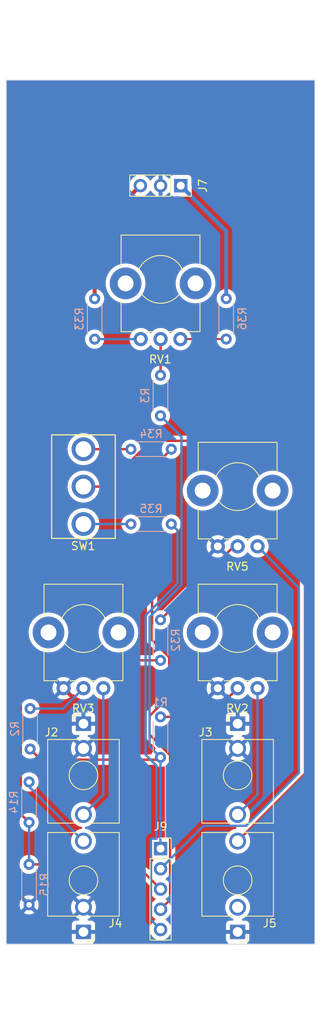
<source format=kicad_pcb>
(kicad_pcb (version 20221018) (generator pcbnew)
  (layers (0 "F.Cu" signal) (31 "B.Cu" signal) (34 "B.Paste" user) (35 "F.Paste" user) (36 "B.SilkS" user "B.Silkscreen") (37 "F.SilkS" user "F.Silkscreen") (38 "B.Mask" user) (39 "F.Mask" user) (44 "Edge.Cuts" user))
  (net 0 "")
  (net 2 "Net-(R33-Pad2)")
  (net 3 "/CV2")
  (net 4 "/CV1")
  (net 5 "/IN")
  (net 6 "/OUT")
  (net 7 "/CV1_ATN")
  (net 8 "GND1")
  (net 9 "/CV2_ATN")
  (net 10 "/CF_V")
  (net 11 "+12VA")
  (net 12 "-12VA")
  (net 13 "/Res_ATN")
  (net 14 "CV_Sum_INT")
  (net 15 "Res_INT")
  (net 16 "Audio_1st_invert_INT")
  (net 17 "Audio_-12Out_INT")
  (net 18 "Audio_-24Out_INT")
  (net 19 "/12out")
  (net 20 "/24out")
  (net 21 "Net-(R36-Pad1)")
  (footprint "Connector_Audio:Jack_3.5mm_QingPu_WQP-PJ398SM_Vertical_CircularHoles" (layer "F.Cu") (at 146.48 118.09)
    (fp_text reference "J3" (at -4.03 1.08 180) (layer "F.SilkS"))
    (fp_text value "CV1")
    (fp_line (start -4.5 1.98) (end -4.5 12.48) (stroke (width 0.12)) (layer "F.SilkS"))
    (fp_line (start -1.23 -1.17) (end -1.23 -0.37) (stroke (width 0.12)) (layer "F.SilkS"))
    (fp_line (start -1.23 -1.17) (end -0.37 -1.17) (stroke (width 0.12)) (layer "F.SilkS"))
    (fp_line (start -0.8 12.48) (end -4.5 12.48) (stroke (width 0.12)) (layer "F.SilkS"))
    (fp_line (start -0.72 1.98) (end -4.5 1.98) (stroke (width 0.12)) (layer "F.SilkS"))
    (fp_line (start 4.5 1.98) (end 0.72 1.98) (stroke (width 0.12)) (layer "F.SilkS"))
    (fp_line (start 4.5 1.98) (end 4.5 12.48) (stroke (width 0.12)) (layer "F.SilkS"))
    (fp_line (start 4.5 12.48) (end 0.8 12.48) (stroke (width 0.12)) (layer "F.SilkS"))
    (fp_circle (center 0 6.48) (end 1.8 6.48) (stroke (width 0.12)) (fill none) (layer "F.SilkS"))
    (pad "S" thru_hole rect (at 0 0 180) (size 1.93 1.83) (drill 1.22) (layers "*.Cu" "*.Mask") (net 8 "GND1"))
    (pad "T" thru_hole circle (at 0 11.4 180) (size 2.13 2.13) (drill 1.43) (layers "*.Cu" "*.Mask") (net 4 "/CV1"))
    (pad "TN" thru_hole circle (at 0 3.1 180) (size 2.13 2.13) (drill 1.42) (layers "*.Cu" "*.Mask") (net 8 "GND1"))
    (zone (net 0) (net_name "") (layer "F.Cu") (connect_pads (clearance 0)) (min_thickness 0.254)
      (keepout (tracks not_allowed) (vias not_allowed) (pads not_allowed) (copperpour not_allowed) (footprints not_allowed))
      (fill (thermal_gap 0.508) (thermal_bridge_width 0.508))
      (polygon (pts (xy 147.985141 124.57) (xy 147.96493 124.324171) (xy 147.904841 124.084945) (xy 147.806486 123.858744) (xy 147.672508 123.651645) (xy 147.506504 123.46921) (xy 147.312932 123.316336) (xy 147.096992 123.197131) (xy 146.864482 123.114794) (xy 146.621646 123.071539) (xy 146.375007 123.068525) (xy 146.131187 123.105835) (xy 145.896734 123.182466) (xy 145.677946 123.29636) (xy 145.480697 123.444458) (xy 145.310286 123.622784) (xy 145.171288 123.826548) (xy 145.067436 124.050278) (xy 145.001519 124.287965) (xy 144.975308 124.533226) (xy 144.989507 124.779475) (xy 145.043734 125.020099) (xy 145.136532 125.248634) (xy 145.265411 125.458945) (xy 145.426908 125.645382) (xy 145.616687 125.802939) (xy 145.82965 125.927385) (xy 146.060079 126.015377) (xy 146.301785 126.064553) (xy 146.548278 126.073592) (xy 146.792936 126.04225) (xy 147.029191 125.97137) (xy 147.250697 125.862856) (xy 147.451505 125.719621) (xy 147.626223 125.545512) (xy 147.770158 125.345205) (xy 147.879445 125.124079) (xy 147.951149 124.888074) (xy 147.983344 124.643526)))
    )
  )
  (footprint "Custom_Footprints.pretty-master:Alpha_9mm_Potentiometer_Aligned" (layer "F.Cu") (at 127.08 106.13)
    (fp_text reference "RV3" (at -0.04 10.04) (layer "F.SilkS"))
    (fp_text value "100k")
    (fp_line (start -4.961 -5.56) (end 4.96 -5.56) (stroke (width 0.12)) (layer "F.SilkS"))
    (fp_line (start -4.961 -1.695) (end -4.961 -5.56) (stroke (width 0.12)) (layer "F.SilkS"))
    (fp_line (start -4.961 6.56) (end -4.961 2.694) (stroke (width 0.12)) (layer "F.SilkS"))
    (fp_line (start -4.961 6.56) (end -3.325 6.56) (stroke (width 0.12)) (layer "F.SilkS"))
    (fp_line (start -1.675 6.56) (end -0.825 6.56) (stroke (width 0.12)) (layer "F.SilkS"))
    (fp_line (start 0.825 6.56) (end 1.675 6.56) (stroke (width 0.12)) (layer "F.SilkS"))
    (fp_line (start 3.325 6.56) (end 4.96 6.56) (stroke (width 0.12)) (layer "F.SilkS"))
    (fp_line (start 4.96 -1.695) (end 4.96 -5.56) (stroke (width 0.12)) (layer "F.SilkS"))
    (fp_line (start 4.96 6.56) (end 4.96 2.694) (stroke (width 0.12)) (layer "F.SilkS"))
    (fp_arc (start -2.762432 -1.171982) (mid -0.000553 -3.000762) (end 2.762 -1.173) (stroke (width 0.12)) (layer "F.SilkS"))
    (fp_arc (start 2.297753 1.928295) (mid -0.000192 2.999665) (end -2.298 1.928) (stroke (width 0.12)) (layer "F.SilkS"))
    (pad "" np_thru_hole circle (at -4.4 0.5 90) (size 4 4) (drill 2) (layers "*.Cu" "*.Mask"))
    (pad "" np_thru_hole circle (at 4.4 0.5 90) (size 4 4) (drill 2) (layers "*.Cu" "*.Mask"))
    (pad "1" thru_hole circle (at -2.5 7.5 90) (size 1.8 1.8) (drill 1) (layers "*.Cu" "*.Mask") (net 8 "GND1"))
    (pad "2" thru_hole circle (at 0 7.5 90) (size 1.8 1.8) (drill 1) (layers "*.Cu" "*.Mask") (net 9 "/CV2_ATN"))
    (pad "3" thru_hole circle (at 2.5 7.5 90) (size 1.8 1.8) (drill 1) (layers "*.Cu" "*.Mask") (net 3 "/CV2"))
  )
  (footprint "Connector_Audio:Jack_3.5mm_QingPu_WQP-PJ398SM_Vertical_CircularHoles" (layer "F.Cu") (at 127.08 144.23 180)
    (fp_text reference "J4" (at -4.03 1.08) (layer "F.SilkS"))
    (fp_text value "IN")
    (fp_line (start -4.5 1.98) (end -4.5 12.48) (stroke (width 0.12)) (layer "F.SilkS"))
    (fp_line (start -1.23 -1.17) (end -1.23 -0.37) (stroke (width 0.12)) (layer "F.SilkS"))
    (fp_line (start -1.23 -1.17) (end -0.37 -1.17) (stroke (width 0.12)) (layer "F.SilkS"))
    (fp_line (start -0.8 12.48) (end -4.5 12.48) (stroke (width 0.12)) (layer "F.SilkS"))
    (fp_line (start -0.72 1.98) (end -4.5 1.98) (stroke (width 0.12)) (layer "F.SilkS"))
    (fp_line (start 4.5 1.98) (end 0.72 1.98) (stroke (width 0.12)) (layer "F.SilkS"))
    (fp_line (start 4.5 1.98) (end 4.5 12.48) (stroke (width 0.12)) (layer "F.SilkS"))
    (fp_line (start 4.5 12.48) (end 0.8 12.48) (stroke (width 0.12)) (layer "F.SilkS"))
    (fp_circle (center 0 6.48) (end 1.8 6.48) (stroke (width 0.12)) (fill none) (layer "F.SilkS"))
    (pad "S" thru_hole rect (at 0 0) (size 1.93 1.83) (drill 1.22) (layers "*.Cu" "*.Mask") (net 8 "GND1"))
    (pad "T" thru_hole circle (at 0 11.4) (size 2.13 2.13) (drill 1.43) (layers "*.Cu" "*.Mask") (net 5 "/IN"))
    (pad "TN" thru_hole circle (at 0 3.1) (size 2.13 2.13) (drill 1.42) (layers "*.Cu" "*.Mask") (net 8 "GND1"))
    (zone (net 0) (net_name "") (layer "F.Cu") (connect_pads (clearance 0)) (min_thickness 0.254)
      (keepout (tracks not_allowed) (vias not_allowed) (pads not_allowed) (copperpour not_allowed) (footprints not_allowed))
      (fill (thermal_gap 0.508) (thermal_bridge_width 0.508))
      (polygon (pts (xy 125.574859 137.75) (xy 125.59507 137.995829) (xy 125.655159 138.235055) (xy 125.753514 138.461256) (xy 125.887492 138.668355) (xy 126.053496 138.85079) (xy 126.247068 139.003664) (xy 126.463008 139.122869) (xy 126.695518 139.205206) (xy 126.938354 139.248461) (xy 127.184993 139.251475) (xy 127.428813 139.214165) (xy 127.663266 139.137534) (xy 127.882054 139.02364) (xy 128.079303 138.875542) (xy 128.249714 138.697216) (xy 128.388712 138.493452) (xy 128.492564 138.269722) (xy 128.558481 138.032035) (xy 128.584692 137.786774) (xy 128.570493 137.540525) (xy 128.516266 137.299901) (xy 128.423468 137.071366) (xy 128.294589 136.861055) (xy 128.133092 136.674618) (xy 127.943313 136.517061) (xy 127.73035 136.392615) (xy 127.499921 136.304623) (xy 127.258215 136.255447) (xy 127.011722 136.246408) (xy 126.767064 136.27775) (xy 126.530809 136.34863) (xy 126.309303 136.457144) (xy 126.108495 136.600379) (xy 125.933777 136.774488) (xy 125.789842 136.974795) (xy 125.680555 137.195921) (xy 125.608851 137.431926) (xy 125.576656 137.676474)))
    )
  )
  (footprint "Connector_Audio:Jack_3.5mm_QingPu_WQP-PJ398SM_Vertical_CircularHoles" (layer "F.Cu") (at 127.08 118.09)
    (fp_text reference "J2" (at -4.03 1.08 180) (layer "F.SilkS"))
    (fp_text value "CV2")
    (fp_line (start -4.5 1.98) (end -4.5 12.48) (stroke (width 0.12)) (layer "F.SilkS"))
    (fp_line (start -1.23 -1.17) (end -1.23 -0.37) (stroke (width 0.12)) (layer "F.SilkS"))
    (fp_line (start -1.23 -1.17) (end -0.37 -1.17) (stroke (width 0.12)) (layer "F.SilkS"))
    (fp_line (start -0.8 12.48) (end -4.5 12.48) (stroke (width 0.12)) (layer "F.SilkS"))
    (fp_line (start -0.72 1.98) (end -4.5 1.98) (stroke (width 0.12)) (layer "F.SilkS"))
    (fp_line (start 4.5 1.98) (end 0.72 1.98) (stroke (width 0.12)) (layer "F.SilkS"))
    (fp_line (start 4.5 1.98) (end 4.5 12.48) (stroke (width 0.12)) (layer "F.SilkS"))
    (fp_line (start 4.5 12.48) (end 0.8 12.48) (stroke (width 0.12)) (layer "F.SilkS"))
    (fp_circle (center 0 6.48) (end 1.8 6.48) (stroke (width 0.12)) (fill none) (layer "F.SilkS"))
    (pad "S" thru_hole rect (at 0 0 180) (size 1.93 1.83) (drill 1.22) (layers "*.Cu" "*.Mask") (net 8 "GND1"))
    (pad "T" thru_hole circle (at 0 11.4 180) (size 2.13 2.13) (drill 1.43) (layers "*.Cu" "*.Mask") (net 3 "/CV2"))
    (pad "TN" thru_hole circle (at 0 3.1 180) (size 2.13 2.13) (drill 1.42) (layers "*.Cu" "*.Mask") (net 8 "GND1"))
    (zone (net 0) (net_name "") (layer "F.Cu") (connect_pads (clearance 0)) (min_thickness 0.254)
      (keepout (tracks not_allowed) (vias not_allowed) (pads not_allowed) (copperpour not_allowed) (footprints not_allowed))
      (fill (thermal_gap 0.508) (thermal_bridge_width 0.508))
      (polygon (pts (xy 128.585141 124.57) (xy 128.56493 124.324171) (xy 128.504841 124.084945) (xy 128.406486 123.858744) (xy 128.272508 123.651645) (xy 128.106504 123.46921) (xy 127.912932 123.316336) (xy 127.696992 123.197131) (xy 127.464482 123.114794) (xy 127.221646 123.071539) (xy 126.975007 123.068525) (xy 126.731187 123.105835) (xy 126.496734 123.182466) (xy 126.277946 123.29636) (xy 126.080697 123.444458) (xy 125.910286 123.622784) (xy 125.771288 123.826548) (xy 125.667436 124.050278) (xy 125.601519 124.287965) (xy 125.575308 124.533226) (xy 125.589507 124.779475) (xy 125.643734 125.020099) (xy 125.736532 125.248634) (xy 125.865411 125.458945) (xy 126.026908 125.645382) (xy 126.216687 125.802939) (xy 126.42965 125.927385) (xy 126.660079 126.015377) (xy 126.901785 126.064553) (xy 127.148278 126.073592) (xy 127.392936 126.04225) (xy 127.629191 125.97137) (xy 127.850697 125.862856) (xy 128.051505 125.719621) (xy 128.226223 125.545512) (xy 128.370158 125.345205) (xy 128.479445 125.124079) (xy 128.551149 124.888074) (xy 128.583344 124.643526)))
    )
  )
  (footprint "Eurocad:SPDT toggle on-off-on" (layer "F.Cu") (at 127.08 88.32 90)
    (fp_text reference "SW1" (at -7.46 -0.03 180) (layer "F.SilkS"))
    (fp_text value "SW_SPDT")
    (fp_line (start -6.5 -4) (end 6.5 -4) (stroke (width 0.15)) (layer "F.SilkS"))
    (fp_line (start -6.5 4) (end -6.5 -4) (stroke (width 0.15)) (layer "F.SilkS"))
    (fp_line (start 6.5 -4) (end 6.5 4) (stroke (width 0.15)) (layer "F.SilkS"))
    (fp_line (start 6.5 4) (end -6.5 4) (stroke (width 0.15)) (layer "F.SilkS"))
    (pad "1" thru_hole circle (at -4.7 0 90) (size 3 3) (drill 2) (layers "*.Cu" "*.Mask") (net 20 "/24out"))
    (pad "2" thru_hole circle (at 0 0 90) (size 3 3) (drill 2) (layers "*.Cu" "*.Mask") (net 6 "/OUT"))
    (pad "3" thru_hole circle (at 4.7 0 90) (size 3 3) (drill 2) (layers "*.Cu" "*.Mask") (net 19 "/12out"))
  )
  (footprint "Custom_Footprints.pretty-master:Alpha_9mm_Potentiometer_Aligned" (layer "F.Cu") (at 146.48 88.32)
    (fp_text reference "RV5" (at -0.04 10.04) (layer "F.SilkS"))
    (fp_text value "100k")
    (fp_line (start -4.961 -5.56) (end 4.96 -5.56) (stroke (width 0.12)) (layer "F.SilkS"))
    (fp_line (start -4.961 -1.695) (end -4.961 -5.56) (stroke (width 0.12)) (layer "F.SilkS"))
    (fp_line (start -4.961 6.56) (end -4.961 2.694) (stroke (width 0.12)) (layer "F.SilkS"))
    (fp_line (start -4.961 6.56) (end -3.325 6.56) (stroke (width 0.12)) (layer "F.SilkS"))
    (fp_line (start -1.675 6.56) (end -0.825 6.56) (stroke (width 0.12)) (layer "F.SilkS"))
    (fp_line (start 0.825 6.56) (end 1.675 6.56) (stroke (width 0.12)) (layer "F.SilkS"))
    (fp_line (start 3.325 6.56) (end 4.96 6.56) (stroke (width 0.12)) (layer "F.SilkS"))
    (fp_line (start 4.96 -1.695) (end 4.96 -5.56) (stroke (width 0.12)) (layer "F.SilkS"))
    (fp_line (start 4.96 6.56) (end 4.96 2.694) (stroke (width 0.12)) (layer "F.SilkS"))
    (fp_arc (start -2.762432 -1.171982) (mid -0.000553 -3.000762) (end 2.762 -1.173) (stroke (width 0.12)) (layer "F.SilkS"))
    (fp_arc (start 2.297753 1.928295) (mid -0.000192 2.999665) (end -2.298 1.928) (stroke (width 0.12)) (layer "F.SilkS"))
    (pad "" np_thru_hole circle (at -4.4 0.5 90) (size 4 4) (drill 2) (layers "*.Cu" "*.Mask"))
    (pad "" np_thru_hole circle (at 4.4 0.5 90) (size 4 4) (drill 2) (layers "*.Cu" "*.Mask"))
    (pad "1" thru_hole circle (at -2.5 7.5 90) (size 1.8 1.8) (drill 1) (layers "*.Cu" "*.Mask") (net 8 "GND1"))
    (pad "2" thru_hole circle (at 0 7.5 90) (size 1.8 1.8) (drill 1) (layers "*.Cu" "*.Mask") (net 13 "/Res_ATN"))
    (pad "3" thru_hole circle (at 2.5 7.5 90) (size 1.8 1.8) (drill 1) (layers "*.Cu" "*.Mask") (net 15 "Res_INT"))
  )
  (footprint "Connector_PinSocket_2.54mm:PinSocket_1x03_P2.54mm_Vertical" (layer "F.Cu") (at 139.32 50.53 -90)
    (fp_text reference "J7" (at 0 -2.77 90) (layer "F.SilkS"))
    (fp_text value "Inter1")
    (fp_line (start -1.33 1.27) (end -1.33 6.41) (stroke (width 0.12)) (layer "F.SilkS"))
    (fp_line (start -1.33 1.27) (end 1.33 1.27) (stroke (width 0.12)) (layer "F.SilkS"))
    (fp_line (start -1.33 6.41) (end 1.33 6.41) (stroke (width 0.12)) (layer "F.SilkS"))
    (fp_line (start 0 -1.33) (end 1.33 -1.33) (stroke (width 0.12)) (layer "F.SilkS"))
    (fp_line (start 1.33 -1.33) (end 1.33 0) (stroke (width 0.12)) (layer "F.SilkS"))
    (fp_line (start 1.33 1.27) (end 1.33 6.41) (stroke (width 0.12)) (layer "F.SilkS"))
    (pad "1" thru_hole rect locked (at 0 0 270) (size 1.7 1.7) (drill 1) (layers "*.Cu" "*.Mask") (net 11 "+12VA"))
    (pad "2" thru_hole oval locked (at 0 2.54 270) (size 1.7 1.7) (drill 1) (layers "*.Cu" "*.Mask") (net 8 "GND1"))
    (pad "3" thru_hole oval locked (at 0 5.08 270) (size 1.7 1.7) (drill 1) (layers "*.Cu" "*.Mask") (net 12 "-12VA"))
  )
  (footprint "Connector_PinSocket_2.54mm:PinSocket_1x05_P2.54mm_Vertical" (layer "F.Cu") (at 136.78 133.77)
    (fp_text reference "J9" (at 0 -2.77) (layer "F.SilkS"))
    (fp_text value "Inter2")
    (fp_line (start -1.33 1.27) (end -1.33 11.49) (stroke (width 0.12)) (layer "F.SilkS"))
    (fp_line (start -1.33 1.27) (end 1.33 1.27) (stroke (width 0.12)) (layer "F.SilkS"))
    (fp_line (start -1.33 11.49) (end 1.33 11.49) (stroke (width 0.12)) (layer "F.SilkS"))
    (fp_line (start 0 -1.33) (end 1.33 -1.33) (stroke (width 0.12)) (layer "F.SilkS"))
    (fp_line (start 1.33 -1.33) (end 1.33 0) (stroke (width 0.12)) (layer "F.SilkS"))
    (fp_line (start 1.33 1.27) (end 1.33 11.49) (stroke (width 0.12)) (layer "F.SilkS"))
    (pad "1" thru_hole rect locked (at 0 0) (size 1.7 1.7) (drill 1) (layers "*.Cu" "*.Mask") (net 14 "CV_Sum_INT"))
    (pad "2" thru_hole oval locked (at 0 2.54) (size 1.7 1.7) (drill 1) (layers "*.Cu" "*.Mask") (net 15 "Res_INT"))
    (pad "3" thru_hole oval locked (at 0 5.08) (size 1.7 1.7) (drill 1) (layers "*.Cu" "*.Mask") (net 16 "Audio_1st_invert_INT"))
    (pad "4" thru_hole oval locked (at 0 7.62) (size 1.7 1.7) (drill 1) (layers "*.Cu" "*.Mask") (net 17 "Audio_-12Out_INT"))
    (pad "5" thru_hole oval locked (at 0 10.16) (size 1.7 1.7) (drill 1) (layers "*.Cu" "*.Mask") (net 18 "Audio_-24Out_INT"))
  )
  (footprint "Custom_Footprints.pretty-master:Alpha_9mm_Potentiometer_Aligned" (layer "F.Cu") (at 146.48 106.13)
    (fp_text reference "RV2" (at -0.04 10.04) (layer "F.SilkS"))
    (fp_text value "100k")
    (fp_line (start -4.961 -5.56) (end 4.96 -5.56) (stroke (width 0.12)) (layer "F.SilkS"))
    (fp_line (start -4.961 -1.695) (end -4.961 -5.56) (stroke (width 0.12)) (layer "F.SilkS"))
    (fp_line (start -4.961 6.56) (end -4.961 2.694) (stroke (width 0.12)) (layer "F.SilkS"))
    (fp_line (start -4.961 6.56) (end -3.325 6.56) (stroke (width 0.12)) (layer "F.SilkS"))
    (fp_line (start -1.675 6.56) (end -0.825 6.56) (stroke (width 0.12)) (layer "F.SilkS"))
    (fp_line (start 0.825 6.56) (end 1.675 6.56) (stroke (width 0.12)) (layer "F.SilkS"))
    (fp_line (start 3.325 6.56) (end 4.96 6.56) (stroke (width 0.12)) (layer "F.SilkS"))
    (fp_line (start 4.96 -1.695) (end 4.96 -5.56) (stroke (width 0.12)) (layer "F.SilkS"))
    (fp_line (start 4.96 6.56) (end 4.96 2.694) (stroke (width 0.12)) (layer "F.SilkS"))
    (fp_arc (start -2.762432 -1.171982) (mid -0.000553 -3.000762) (end 2.762 -1.173) (stroke (width 0.12)) (layer "F.SilkS"))
    (fp_arc (start 2.297753 1.928295) (mid -0.000192 2.999665) (end -2.298 1.928) (stroke (width 0.12)) (layer "F.SilkS"))
    (pad "" np_thru_hole circle (at -4.4 0.5 90) (size 4 4) (drill 2) (layers "*.Cu" "*.Mask"))
    (pad "" np_thru_hole circle (at 4.4 0.5 90) (size 4 4) (drill 2) (layers "*.Cu" "*.Mask"))
    (pad "1" thru_hole circle (at -2.5 7.5 90) (size 1.8 1.8) (drill 1) (layers "*.Cu" "*.Mask") (net 8 "GND1"))
    (pad "2" thru_hole circle (at 0 7.5 90) (size 1.8 1.8) (drill 1) (layers "*.Cu" "*.Mask") (net 7 "/CV1_ATN"))
    (pad "3" thru_hole circle (at 2.5 7.5 90) (size 1.8 1.8) (drill 1) (layers "*.Cu" "*.Mask") (net 4 "/CV1"))
  )
  (footprint "Custom_Footprints.pretty-master:Alpha_9mm_Potentiometer_Aligned" (layer "F.Cu") (at 136.78 62.3)
    (fp_text reference "RV1" (at -0.04 10.04) (layer "F.SilkS"))
    (fp_text value "50k")
    (fp_line (start -4.961 -5.56) (end 4.96 -5.56) (stroke (width 0.12)) (layer "F.SilkS"))
    (fp_line (start -4.961 -1.695) (end -4.961 -5.56) (stroke (width 0.12)) (layer "F.SilkS"))
    (fp_line (start -4.961 6.56) (end -4.961 2.694) (stroke (width 0.12)) (layer "F.SilkS"))
    (fp_line (start -4.961 6.56) (end -3.325 6.56) (stroke (width 0.12)) (layer "F.SilkS"))
    (fp_line (start -1.675 6.56) (end -0.825 6.56) (stroke (width 0.12)) (layer "F.SilkS"))
    (fp_line (start 0.825 6.56) (end 1.675 6.56) (stroke (width 0.12)) (layer "F.SilkS"))
    (fp_line (start 3.325 6.56) (end 4.96 6.56) (stroke (width 0.12)) (layer "F.SilkS"))
    (fp_line (start 4.96 -1.695) (end 4.96 -5.56) (stroke (width 0.12)) (layer "F.SilkS"))
    (fp_line (start 4.96 6.56) (end 4.96 2.694) (stroke (width 0.12)) (layer "F.SilkS"))
    (fp_arc (start -2.762432 -1.171982) (mid -0.000553 -3.000762) (end 2.762 -1.173) (stroke (width 0.12)) (layer "F.SilkS"))
    (fp_arc (start 2.297753 1.928295) (mid -0.000192 2.999665) (end -2.298 1.928) (stroke (width 0.12)) (layer "F.SilkS"))
    (pad "" np_thru_hole circle (at -4.4 0.5 90) (size 4 4) (drill 2) (layers "*.Cu" "*.Mask"))
    (pad "" np_thru_hole circle (at 4.4 0.5 90) (size 4 4) (drill 2) (layers "*.Cu" "*.Mask"))
    (pad "1" thru_hole circle (at -2.5 7.5 90) (size 1.8 1.8) (drill 1) (layers "*.Cu" "*.Mask") (net 2 "Net-(R33-Pad2)"))
    (pad "2" thru_hole circle (at 0 7.5 90) (size 1.8 1.8) (drill 1) (layers "*.Cu" "*.Mask") (net 10 "/CF_V"))
    (pad "3" thru_hole circle (at 2.5 7.5 90) (size 1.8 1.8) (drill 1) (layers "*.Cu" "*.Mask") (net 21 "Net-(R36-Pad1)"))
  )
  (footprint "Connector_Audio:Jack_3.5mm_QingPu_WQP-PJ398SM_Vertical_CircularHoles" (layer "F.Cu") (at 146.48 144.23 180)
    (fp_text reference "J5" (at -4.03 1.08) (layer "F.SilkS"))
    (fp_text value "OUT")
    (fp_line (start -4.5 1.98) (end -4.5 12.48) (stroke (width 0.12)) (layer "F.SilkS"))
    (fp_line (start -1.23 -1.17) (end -1.23 -0.37) (stroke (width 0.12)) (layer "F.SilkS"))
    (fp_line (start -1.23 -1.17) (end -0.37 -1.17) (stroke (width 0.12)) (layer "F.SilkS"))
    (fp_line (start -0.8 12.48) (end -4.5 12.48) (stroke (width 0.12)) (layer "F.SilkS"))
    (fp_line (start -0.72 1.98) (end -4.5 1.98) (stroke (width 0.12)) (layer "F.SilkS"))
    (fp_line (start 4.5 1.98) (end 0.72 1.98) (stroke (width 0.12)) (layer "F.SilkS"))
    (fp_line (start 4.5 1.98) (end 4.5 12.48) (stroke (width 0.12)) (layer "F.SilkS"))
    (fp_line (start 4.5 12.48) (end 0.8 12.48) (stroke (width 0.12)) (layer "F.SilkS"))
    (fp_circle (center 0 6.48) (end 1.8 6.48) (stroke (width 0.12)) (fill none) (layer "F.SilkS"))
    (pad "S" thru_hole rect (at 0 0) (size 1.93 1.83) (drill 1.22) (layers "*.Cu" "*.Mask") (net 8 "GND1"))
    (pad "T" thru_hole circle (at 0 11.4) (size 2.13 2.13) (drill 1.43) (layers "*.Cu" "*.Mask") (net 6 "/OUT"))
    (pad "TN" thru_hole circle (at 0 3.1) (size 2.13 2.13) (drill 1.42) (layers "*.Cu" "*.Mask"))
    (zone (net 0) (net_name "") (layer "F.Cu") (connect_pads (clearance 0)) (min_thickness 0.254)
      (keepout (tracks not_allowed) (vias not_allowed) (pads not_allowed) (copperpour not_allowed) (footprints not_allowed))
      (fill (thermal_gap 0.508) (thermal_bridge_width 0.508))
      (polygon (pts (xy 144.974859 137.75) (xy 144.99507 137.995829) (xy 145.055159 138.235055) (xy 145.153514 138.461256) (xy 145.287492 138.668355) (xy 145.453496 138.85079) (xy 145.647068 139.003664) (xy 145.863008 139.122869) (xy 146.095518 139.205206) (xy 146.338354 139.248461) (xy 146.584993 139.251475) (xy 146.828813 139.214165) (xy 147.063266 139.137534) (xy 147.282054 139.02364) (xy 147.479303 138.875542) (xy 147.649714 138.697216) (xy 147.788712 138.493452) (xy 147.892564 138.269722) (xy 147.958481 138.032035) (xy 147.984692 137.786774) (xy 147.970493 137.540525) (xy 147.916266 137.299901) (xy 147.823468 137.071366) (xy 147.694589 136.861055) (xy 147.533092 136.674618) (xy 147.343313 136.517061) (xy 147.13035 136.392615) (xy 146.899921 136.304623) (xy 146.658215 136.255447) (xy 146.411722 136.246408) (xy 146.167064 136.27775) (xy 145.930809 136.34863) (xy 145.709303 136.457144) (xy 145.508495 136.600379) (xy 145.333777 136.774488) (xy 145.189842 136.974795) (xy 145.080555 137.195921) (xy 145.008851 137.431926) (xy 144.976656 137.676474)))
    )
  )
  (footprint "Resistor_THT:R_Axial_DIN0204_L3.6mm_D1.6mm_P5.08mm_Horizontal" (layer "B.Cu") (at 120.24 140.83 90)
    (fp_text reference "R15" (at 2.54 1.92 270) (layer "B.SilkS") (effects (justify mirror)))
    (fp_text value "1k")
    (fp_line (start 0.62 -0.92) (end 4.46 -0.92) (stroke (width 0.12)) (layer "B.SilkS"))
    (fp_line (start 0.62 0.92) (end 4.46 0.92) (stroke (width 0.12)) (layer "B.SilkS"))
    (pad "1" thru_hole circle (at 0 0 90) (size 1.4 1.4) (drill 0.7) (layers "*.Cu" "*.Mask") (net 8 "GND1"))
    (pad "2" thru_hole oval (at 5.08 0 90) (size 1.4 1.4) (drill 0.7) (layers "*.Cu" "*.Mask") (net 16 "Audio_1st_invert_INT"))
  )
  (footprint "Resistor_THT:R_Axial_DIN0204_L3.6mm_D1.6mm_P5.08mm_Horizontal" (layer "B.Cu") (at 120.37 116.19 -90)
    (fp_text reference "R2" (at 2.54 1.92 90) (layer "B.SilkS") (effects (justify mirror)))
    (fp_text value "100k")
    (fp_line (start 0.62 -0.92) (end 4.46 -0.92) (stroke (width 0.12)) (layer "B.SilkS"))
    (fp_line (start 0.62 0.92) (end 4.46 0.92) (stroke (width 0.12)) (layer "B.SilkS"))
    (pad "1" thru_hole circle (at 0 0 270) (size 1.4 1.4) (drill 0.7) (layers "*.Cu" "*.Mask") (net 9 "/CV2_ATN"))
    (pad "2" thru_hole oval (at 5.08 0 270) (size 1.4 1.4) (drill 0.7) (layers "*.Cu" "*.Mask") (net 14 "CV_Sum_INT"))
  )
  (footprint "Resistor_THT:R_Axial_DIN0204_L3.6mm_D1.6mm_P5.08mm_Horizontal" (layer "B.Cu") (at 138.13 83.62 180)
    (fp_text reference "R34" (at 2.54 1.92) (layer "B.SilkS") (effects (justify mirror)))
    (fp_text value "1k")
    (fp_line (start 0.62 -0.92) (end 4.46 -0.92) (stroke (width 0.12)) (layer "B.SilkS"))
    (fp_line (start 0.62 0.92) (end 4.46 0.92) (stroke (width 0.12)) (layer "B.SilkS"))
    (pad "1" thru_hole circle (at 0 0 180) (size 1.4 1.4) (drill 0.7) (layers "*.Cu" "*.Mask") (net 17 "Audio_-12Out_INT"))
    (pad "2" thru_hole oval (at 5.08 0 180) (size 1.4 1.4) (drill 0.7) (layers "*.Cu" "*.Mask") (net 19 "/12out"))
  )
  (footprint "Resistor_THT:R_Axial_DIN0204_L3.6mm_D1.6mm_P5.08mm_Horizontal" (layer "B.Cu") (at 136.77 110.13 90)
    (fp_text reference "R32" (at 2.54 1.92 90) (layer "B.SilkS") (effects (justify mirror)))
    (fp_text value "220k")
    (fp_line (start 0.62 -0.92) (end 4.46 -0.92) (stroke (width 0.12)) (layer "B.SilkS"))
    (fp_line (start 0.62 0.92) (end 4.46 0.92) (stroke (width 0.12)) (layer "B.SilkS"))
    (pad "1" thru_hole circle (at 0 0 90) (size 1.4 1.4) (drill 0.7) (layers "*.Cu" "*.Mask") (net 16 "Audio_1st_invert_INT"))
    (pad "2" thru_hole oval (at 5.08 0 90) (size 1.4 1.4) (drill 0.7) (layers "*.Cu" "*.Mask") (net 13 "/Res_ATN"))
  )
  (footprint "Resistor_THT:R_Axial_DIN0204_L3.6mm_D1.6mm_P5.08mm_Horizontal" (layer "B.Cu") (at 120.24 125.4 -90)
    (fp_text reference "R14" (at 2.54 1.92 90) (layer "B.SilkS") (effects (justify mirror)))
    (fp_text value "100k")
    (fp_line (start 0.62 -0.92) (end 4.46 -0.92) (stroke (width 0.12)) (layer "B.SilkS"))
    (fp_line (start 0.62 0.92) (end 4.46 0.92) (stroke (width 0.12)) (layer "B.SilkS"))
    (pad "1" thru_hole circle (at 0 0 270) (size 1.4 1.4) (drill 0.7) (layers "*.Cu" "*.Mask") (net 5 "/IN"))
    (pad "2" thru_hole oval (at 5.08 0 270) (size 1.4 1.4) (drill 0.7) (layers "*.Cu" "*.Mask") (net 16 "Audio_1st_invert_INT"))
  )
  (footprint "Resistor_THT:R_Axial_DIN0204_L3.6mm_D1.6mm_P5.08mm_Horizontal" (layer "B.Cu") (at 138.13 93.02 180)
    (fp_text reference "R35" (at 2.54 1.92) (layer "B.SilkS") (effects (justify mirror)))
    (fp_text value "1k")
    (fp_line (start 0.62 -0.92) (end 4.46 -0.92) (stroke (width 0.12)) (layer "B.SilkS"))
    (fp_line (start 0.62 0.92) (end 4.46 0.92) (stroke (width 0.12)) (layer "B.SilkS"))
    (pad "1" thru_hole circle (at 0 0 180) (size 1.4 1.4) (drill 0.7) (layers "*.Cu" "*.Mask") (net 18 "Audio_-24Out_INT"))
    (pad "2" thru_hole oval (at 5.08 0 180) (size 1.4 1.4) (drill 0.7) (layers "*.Cu" "*.Mask") (net 20 "/24out"))
  )
  (footprint "Resistor_THT:R_Axial_DIN0204_L3.6mm_D1.6mm_P5.08mm_Horizontal" (layer "B.Cu") (at 145.04 69.79 90)
    (fp_text reference "R36" (at 2.57 2.03 90) (layer "B.SilkS") (effects (justify mirror)))
    (fp_text value "27k")
    (fp_line (start 0.62 -0.92) (end 4.46 -0.92) (stroke (width 0.12)) (layer "B.SilkS"))
    (fp_line (start 0.62 0.92) (end 4.46 0.92) (stroke (width 0.12)) (layer "B.SilkS"))
    (pad "1" thru_hole circle (at 0 0 90) (size 1.4 1.4) (drill 0.7) (layers "*.Cu" "*.Mask") (net 21 "Net-(R36-Pad1)"))
    (pad "2" thru_hole oval (at 5.08 0 90) (size 1.4 1.4) (drill 0.7) (layers "*.Cu" "*.Mask") (net 11 "+12VA"))
  )
  (footprint "Resistor_THT:R_Axial_DIN0204_L3.6mm_D1.6mm_P5.08mm_Horizontal" (layer "B.Cu") (at 136.77 117.23 -90)
    (fp_text reference "R1" (at -1.83 0.04) (layer "B.SilkS") (effects (justify mirror)))
    (fp_text value "100k")
    (fp_line (start 0.62 -0.92) (end 4.46 -0.92) (stroke (width 0.12)) (layer "B.SilkS"))
    (fp_line (start 0.62 0.92) (end 4.46 0.92) (stroke (width 0.12)) (layer "B.SilkS"))
    (pad "1" thru_hole circle (at 0 0 270) (size 1.4 1.4) (drill 0.7) (layers "*.Cu" "*.Mask") (net 7 "/CV1_ATN"))
    (pad "2" thru_hole oval (at 5.08 0 270) (size 1.4 1.4) (drill 0.7) (layers "*.Cu" "*.Mask") (net 14 "CV_Sum_INT"))
  )
  (footprint "Resistor_THT:R_Axial_DIN0204_L3.6mm_D1.6mm_P5.08mm_Horizontal" (layer "B.Cu") (at 128.49 64.72 -90)
    (fp_text reference "R33" (at 2.54 1.92 90) (layer "B.SilkS") (effects (justify mirror)))
    (fp_text value "27k")
    (fp_line (start 0.62 -0.92) (end 4.46 -0.92) (stroke (width 0.12)) (layer "B.SilkS"))
    (fp_line (start 0.62 0.92) (end 4.46 0.92) (stroke (width 0.12)) (layer "B.SilkS"))
    (pad "1" thru_hole circle (at 0 0 270) (size 1.4 1.4) (drill 0.7) (layers "*.Cu" "*.Mask") (net 12 "-12VA"))
    (pad "2" thru_hole oval (at 5.08 0 270) (size 1.4 1.4) (drill 0.7) (layers "*.Cu" "*.Mask") (net 2 "Net-(R33-Pad2)"))
  )
  (footprint "Resistor_THT:R_Axial_DIN0204_L3.6mm_D1.6mm_P5.08mm_Horizontal" (layer "B.Cu") (at 136.77 74.34 -90)
    (fp_text reference "R3" (at 2.54 1.92 90) (layer "B.SilkS") (effects (justify mirror)))
    (fp_text value "100k")
    (fp_line (start 0.62 -0.92) (end 4.46 -0.92) (stroke (width 0.12)) (layer "B.SilkS"))
    (fp_line (start 0.62 0.92) (end 4.46 0.92) (stroke (width 0.12)) (layer "B.SilkS"))
    (pad "1" thru_hole circle (at 0 0 270) (size 1.4 1.4) (drill 0.7) (layers "*.Cu" "*.Mask") (net 10 "/CF_V"))
    (pad "2" thru_hole oval (at 5.08 0 270) (size 1.4 1.4) (drill 0.7) (layers "*.Cu" "*.Mask") (net 14 "CV_Sum_INT"))
  )
  (gr_line (start 117.38 37.27) (end 117.38 145.77) (stroke (width 0.1)) (layer "Edge.Cuts"))
  (gr_line (start 156.18 145.77) (end 156.18 37.27) (stroke (width 0.1)) (layer "Edge.Cuts"))
  (gr_line (start 117.38 145.77) (end 156.18 145.77) (stroke (width 0.1)) (layer "Edge.Cuts"))
  (gr_line (start 117.38 37.27) (end 156.18 37.27) (stroke (width 0.1)) (layer "Edge.Cuts"))
  (segment (start 134.28 69.8) (end 128.49 69.8) (width 0.3) (layer "B.Cu") (net 2))
  (segment (start 127.08 129.49) (end 129.58 126.99) (width 0.3) (layer "B.Cu") (net 3))
  (segment (start 129.58 126.99) (end 129.58 113.63) (width 0.3) (layer "B.Cu") (net 3))
  (segment (start 148.98 126.99) (end 148.98 113.63) (width 0.3) (layer "B.Cu") (net 4))
  (segment (start 146.48 129.49) (end 148.98 126.99) (width 0.3) (layer "B.Cu") (net 4))
  (segment (start 127.08 132.83) (end 120.24 125.99) (width 0.3) (layer "B.Cu") (net 5))
  (segment (start 120.24 125.99) (end 120.24 125.4) (width 0.3) (layer "B.Cu") (net 5))
  (segment (start 146.48 132.83) (end 154.95 124.36) (width 0.3) (layer "F.Cu") (net 6))
  (segment (start 135.584925 82.57) (end 129.834925 88.32) (width 0.3) (layer "F.Cu") (net 6))
  (segment (start 129.834925 88.32) (end 127.08 88.32) (width 0.3) (layer "F.Cu") (net 6))
  (segment (start 154.95 124.36) (end 154.95 87.63) (width 0.3) (layer "F.Cu") (net 6))
  (segment (start 154.95 87.63) (end 149.89 82.57) (width 0.3) (layer "F.Cu") (net 6))
  (segment (start 149.89 82.57) (end 135.584925 82.57) (width 0.3) (layer "F.Cu") (net 6))
  (segment (start 146.48 113.63) (end 142.88 117.23) (width 0.3) (layer "F.Cu") (net 7))
  (segment (start 142.88 117.23) (end 136.77 117.23) (width 0.3) (layer "F.Cu") (net 7))
  (segment (start 127.08 113.63) (end 124.52 116.19) (width 0.3) (layer "B.Cu") (net 9))
  (segment (start 124.52 116.19) (end 120.37 116.19) (width 0.3) (layer "B.Cu") (net 9))
  (segment (start 136.78 69.8) (end 136.78 74.33) (width 0.3) (layer "F.Cu") (net 10))
  (segment (start 136.78 74.33) (end 136.77 74.34) (width 0.3) (layer "F.Cu") (net 10))
  (segment (start 145.04 64.71) (end 145.04 56.25) (width 0.5) (layer "B.Cu") (net 11))
  (segment (start 145.04 56.25) (end 139.32 50.53) (width 0.5) (layer "B.Cu") (net 11))
  (segment (start 128.49 64.72) (end 128.49 56.28) (width 0.5) (layer "F.Cu") (net 12))
  (segment (start 128.49 56.28) (end 134.24 50.53) (width 0.5) (layer "F.Cu") (net 12))
  (segment (start 146 95.82) (end 146.48 95.82) (width 0.3) (layer "F.Cu") (net 13))
  (segment (start 136.77 105.05) (end 146 95.82) (width 0.3) (layer "F.Cu") (net 13))
  (segment (start 120.37 121.27) (end 121.705 122.605) (width 0.3) (layer "F.Cu") (net 14))
  (segment (start 121.705 122.605) (end 136.475 122.605) (width 0.3) (layer "F.Cu") (net 14))
  (segment (start 136.475 122.605) (end 136.77 122.31) (width 0.3) (layer "F.Cu") (net 14))
  (segment (start 136.77 79.42) (end 139.41 82.06) (width 0.3) (layer "B.Cu") (net 14))
  (segment (start 139.41 100.69) (end 135.4 104.7) (width 0.3) (layer "B.Cu") (net 14))
  (segment (start 139.41 82.06) (end 139.41 100.69) (width 0.3) (layer "B.Cu") (net 14))
  (segment (start 136.77 122.31) (end 136.77 133.76) (width 0.3) (layer "B.Cu") (net 14))
  (segment (start 135.4 104.7) (end 135.4 120.94) (width 0.3) (layer "B.Cu") (net 14))
  (segment (start 136.77 133.76) (end 136.78 133.77) (width 0.3) (layer "B.Cu") (net 14))
  (segment (start 135.4 120.94) (end 136.77 122.31) (width 0.3) (layer "B.Cu") (net 14))
  (segment (start 136.78 136.31) (end 142.185 130.905) (width 0.3) (layer "B.Cu") (net 15))
  (segment (start 154.18 124.26) (end 154.18 101.02) (width 0.3) (layer "B.Cu") (net 15))
  (segment (start 142.185 130.905) (end 147.535 130.905) (width 0.3) (layer "B.Cu") (net 15))
  (segment (start 147.535 130.905) (end 154.18 124.26) (width 0.3) (layer "B.Cu") (net 15))
  (segment (start 154.18 101.02) (end 148.98 95.82) (width 0.3) (layer "B.Cu") (net 15))
  (segment (start 136.77 110.13) (end 124.3 110.13) (width 0.3) (layer "F.Cu") (net 16))
  (segment (start 119.19 129.43) (end 120.24 130.48) (width 0.3) (layer "F.Cu") (net 16))
  (segment (start 120.24 135.75) (end 133.68 135.75) (width 0.3) (layer "F.Cu") (net 16))
  (segment (start 133.68 135.75) (end 136.78 138.85) (width 0.3) (layer "F.Cu") (net 16))
  (segment (start 119.19 115.24) (end 119.19 129.43) (width 0.3) (layer "F.Cu") (net 16))
  (segment (start 124.3 110.13) (end 119.19 115.24) (width 0.3) (layer "F.Cu") (net 16))
  (segment (start 120.24 130.48) (end 120.24 135.75) (width 0.3) (layer "B.Cu") (net 16))
  (segment (start 137.98 122.035075) (end 137.98 140.19) (width 0.3) (layer "F.Cu") (net 17))
  (segment (start 135.4 117.115075) (end 135.4 119.455075) (width 0.3) (layer "F.Cu") (net 17))
  (segment (start 138.13 83.62) (end 135.72 86.03) (width 0.3) (layer "F.Cu") (net 17))
  (segment (start 137.87 109.745075) (end 137.87 114.645075) (width 0.3) (layer "F.Cu") (net 17))
  (segment (start 135.72 107.595075) (end 137.87 109.745075) (width 0.3) (layer "F.Cu") (net 17))
  (segment (start 137.98 140.19) (end 136.78 141.39) (width 0.3) (layer "F.Cu") (net 17))
  (segment (start 137.87 114.645075) (end 135.4 117.115075) (width 0.3) (layer "F.Cu") (net 17))
  (segment (start 135.72 86.03) (end 135.72 107.595075) (width 0.3) (layer "F.Cu") (net 17))
  (segment (start 135.4 119.455075) (end 137.98 122.035075) (width 0.3) (layer "F.Cu") (net 17))
  (segment (start 136.27 123.36) (end 136.27 132.52) (width 0.3) (layer "B.Cu") (net 18))
  (segment (start 134.9 121.99) (end 136.27 123.36) (width 0.3) (layer "B.Cu") (net 18))
  (segment (start 134.9 104.492894) (end 134.9 121.99) (width 0.3) (layer "B.Cu") (net 18))
  (segment (start 135.58 142.73) (end 136.78 143.93) (width 0.3) (layer "B.Cu") (net 18))
  (segment (start 135.63 132.52) (end 135.58 132.57) (width 0.3) (layer "B.Cu") (net 18))
  (segment (start 138.91 93.8) (end 138.91 100.482894) (width 0.3) (layer "B.Cu") (net 18))
  (segment (start 138.13 93.02) (end 138.91 93.8) (width 0.3) (layer "B.Cu") (net 18))
  (segment (start 135.58 132.57) (end 135.58 142.73) (width 0.3) (layer "B.Cu") (net 18))
  (segment (start 138.91 100.482894) (end 134.9 104.492894) (width 0.3) (layer "B.Cu") (net 18))
  (segment (start 136.27 132.52) (end 135.63 132.52) (width 0.3) (layer "B.Cu") (net 18))
  (segment (start 133.05 83.62) (end 127.08 83.62) (width 0.3) (layer "F.Cu") (net 19))
  (segment (start 133.05 93.02) (end 127.08 93.02) (width 0.3) (layer "B.Cu") (net 20))
  (segment (start 139.29 69.79) (end 139.28 69.8) (width 0.25) (layer "F.Cu") (net 21))
  (segment (start 145.04 69.79) (end 139.29 69.79) (width 0.25) (layer "F.Cu") (net 21))
  (segment (start 139.28 69.79) (end 139.27 69.8) (width 0.25) (layer "F.Cu") (net 21))
  (zone (net 8) (net_name "GND1") (layers "F&B.Cu") (connect_pads (clearance 0.5)) (min_thickness 0.25) (fill yes (thermal_gap 0.5) (thermal_bridge_width 0.5))
    (polygon (pts (xy 117.12 36.67) (xy 117.04 146.37) (xy 156.58 146.28) (xy 156.62 36.82)))
  )
)
</source>
